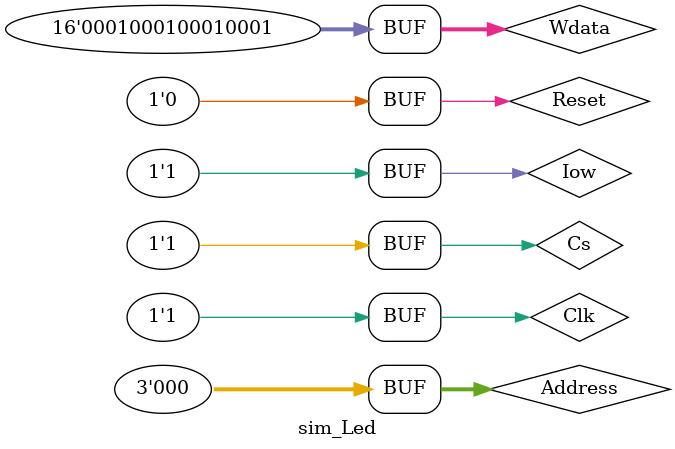
<source format=v>
`timescale 1ns / 1ps


module sim_Led(
    );
    reg Reset;
    reg [2:0] Address;
    reg Cs;
    reg Clk;
    reg Iow;
    reg [15:0] Wdata;
    wire [15:0] leds;
    Led led(Reset,Address,Cs,Clk,Iow,Wdata,leds);
    always
    begin 
    Reset=0;
    Cs=1;
    Iow=1;
    Address=0;
    Clk=0;
    #5;
    Clk=1;
    Wdata=16'h1111;
    #5;
    end
endmodule

</source>
